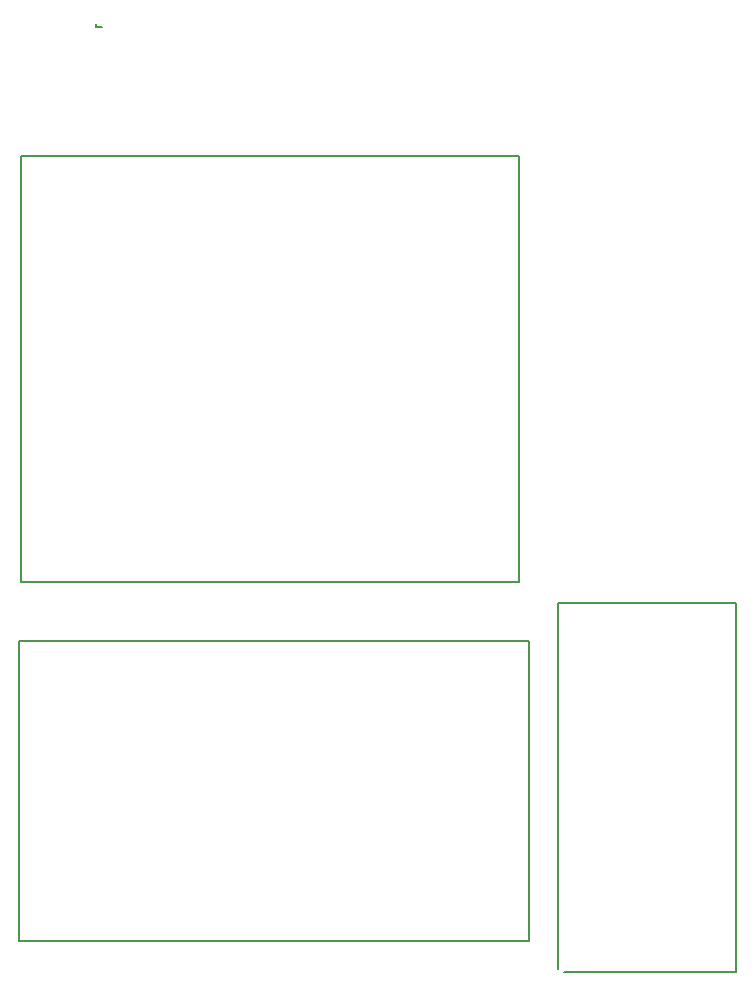
<source format=gbr>
G04 #@! TF.GenerationSoftware,KiCad,Pcbnew,(5.1.5)-3*
G04 #@! TF.CreationDate,2020-03-06T11:59:56-08:00*
G04 #@! TF.ProjectId,StabilityTestRev0,53746162-696c-4697-9479-546573745265,rev?*
G04 #@! TF.SameCoordinates,Original*
G04 #@! TF.FileFunction,Profile,NP*
%FSLAX46Y46*%
G04 Gerber Fmt 4.6, Leading zero omitted, Abs format (unit mm)*
G04 Created by KiCad (PCBNEW (5.1.5)-3) date 2020-03-06 11:59:56*
%MOMM*%
%LPD*%
G04 APERTURE LIST*
%ADD10C,0.150000*%
G04 APERTURE END LIST*
D10*
X102819200Y-90525600D02*
X59639200Y-90525600D01*
X102819200Y-115925600D02*
X102819200Y-90525600D01*
X59639200Y-115925600D02*
X102819200Y-115925600D01*
X59639200Y-90525600D02*
X59639200Y-115925600D01*
X66167000Y-38582600D02*
X66675000Y-38582600D01*
X66167000Y-38328600D02*
X66167000Y-38582600D01*
X105283000Y-87350600D02*
X105283000Y-118338600D01*
X120396000Y-87350600D02*
X105283000Y-87350600D01*
X120396000Y-118592600D02*
X120396000Y-87376000D01*
X105791000Y-118618000D02*
X120396000Y-118618000D01*
X101981000Y-49504600D02*
X59817000Y-49504600D01*
X101981000Y-85572600D02*
X101981000Y-49504600D01*
X59817000Y-85572600D02*
X101981000Y-85572600D01*
X59817000Y-49504600D02*
X59817000Y-85572600D01*
M02*

</source>
